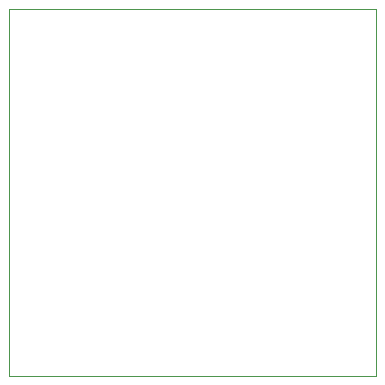
<source format=gm1>
%TF.GenerationSoftware,KiCad,Pcbnew,9.0.0*%
%TF.CreationDate,2025-04-22T13:41:16+01:00*%
%TF.ProjectId,vm_rgb_ring_0.3,766d5f72-6762-45f7-9269-6e675f302e33,v0.3*%
%TF.SameCoordinates,PX4f64b50PY4749830*%
%TF.FileFunction,Profile,NP*%
%FSLAX45Y45*%
G04 Gerber Fmt 4.5, Leading zero omitted, Abs format (unit mm)*
G04 Created by KiCad (PCBNEW 9.0.0) date 2025-04-22 13:41:16*
%MOMM*%
%LPD*%
G01*
G04 APERTURE LIST*
%TA.AperFunction,Profile*%
%ADD10C,0.050000*%
%TD*%
G04 APERTURE END LIST*
D10*
X-1550000Y1550000D02*
X1550000Y1550000D01*
X1550000Y-1550000D01*
X-1550000Y-1550000D01*
X-1550000Y1550000D01*
M02*

</source>
